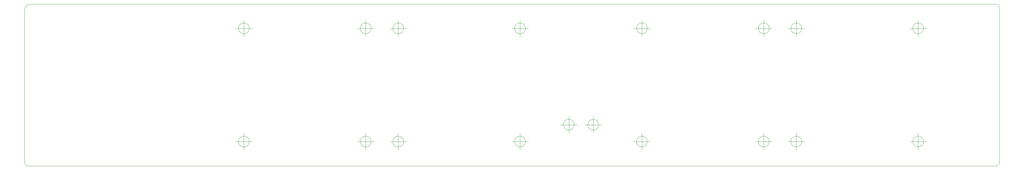
<source format=gbr>
%TF.GenerationSoftware,KiCad,Pcbnew,(6.0.0)*%
%TF.CreationDate,2023-01-06T22:04:12+00:00*%
%TF.ProjectId,masa,6d617361-2e6b-4696-9361-645f70636258,A*%
%TF.SameCoordinates,Original*%
%TF.FileFunction,Profile,NP*%
%FSLAX46Y46*%
G04 Gerber Fmt 4.6, Leading zero omitted, Abs format (unit mm)*
G04 Created by KiCad (PCBNEW (6.0.0)) date 2023-01-06 22:04:12*
%MOMM*%
%LPD*%
G01*
G04 APERTURE LIST*
%TA.AperFunction,Profile*%
%ADD10C,0.050000*%
%TD*%
%TA.AperFunction,Profile*%
%ADD11C,0.100000*%
%TD*%
G04 APERTURE END LIST*
D10*
X65000000Y-149000000D02*
G75*
G03*
X66000000Y-150000000I999999J-1D01*
G01*
D11*
X67000000Y-100000000D02*
X364000000Y-100000000D01*
D10*
X365000000Y-101000000D02*
G75*
G03*
X364000000Y-100000000I-999999J1D01*
G01*
D11*
X65000000Y-149000000D02*
X65000000Y-102000000D01*
X364000000Y-150000000D02*
X66000000Y-150000000D01*
D10*
X67000000Y-100000000D02*
G75*
G03*
X65000000Y-102000000I-1J-1999999D01*
G01*
D11*
X365000000Y-101000000D02*
X365000000Y-149000000D01*
D10*
X364000000Y-150000000D02*
G75*
G03*
X365000000Y-149000000I1J999999D01*
G01*
X256666666Y-142500000D02*
G75*
G03*
X256666666Y-142500000I-1666666J0D01*
G01*
X252500000Y-142500000D02*
X257500000Y-142500000D01*
X255000000Y-140000000D02*
X255000000Y-145000000D01*
X304166666Y-142500000D02*
G75*
G03*
X304166666Y-142500000I-1666666J0D01*
G01*
X300000000Y-142500000D02*
X305000000Y-142500000D01*
X302500000Y-140000000D02*
X302500000Y-145000000D01*
X256666666Y-107500000D02*
G75*
G03*
X256666666Y-107500000I-1666666J0D01*
G01*
X252500000Y-107500000D02*
X257500000Y-107500000D01*
X255000000Y-105000000D02*
X255000000Y-110000000D01*
X304166666Y-142500000D02*
G75*
G03*
X304166666Y-142500000I-1666666J0D01*
G01*
X300000000Y-142500000D02*
X305000000Y-142500000D01*
X302500000Y-140000000D02*
X302500000Y-145000000D01*
X181666666Y-107500000D02*
G75*
G03*
X181666666Y-107500000I-1666666J0D01*
G01*
X177500000Y-107500000D02*
X182500000Y-107500000D01*
X180000000Y-105000000D02*
X180000000Y-110000000D01*
X304166666Y-142500000D02*
G75*
G03*
X304166666Y-142500000I-1666666J0D01*
G01*
X300000000Y-142500000D02*
X305000000Y-142500000D01*
X302500000Y-140000000D02*
X302500000Y-145000000D01*
X304166666Y-142500000D02*
G75*
G03*
X304166666Y-142500000I-1666666J0D01*
G01*
X300000000Y-142500000D02*
X305000000Y-142500000D01*
X302500000Y-140000000D02*
X302500000Y-145000000D01*
X294166666Y-142500000D02*
G75*
G03*
X294166666Y-142500000I-1666666J0D01*
G01*
X290000000Y-142500000D02*
X295000000Y-142500000D01*
X292500000Y-140000000D02*
X292500000Y-145000000D01*
X256666666Y-107500000D02*
G75*
G03*
X256666666Y-107500000I-1666666J0D01*
G01*
X252500000Y-107500000D02*
X257500000Y-107500000D01*
X255000000Y-105000000D02*
X255000000Y-110000000D01*
X304166666Y-142500000D02*
G75*
G03*
X304166666Y-142500000I-1666666J0D01*
G01*
X300000000Y-142500000D02*
X305000000Y-142500000D01*
X302500000Y-140000000D02*
X302500000Y-145000000D01*
X219166666Y-107500000D02*
G75*
G03*
X219166666Y-107500000I-1666666J0D01*
G01*
X215000000Y-107500000D02*
X220000000Y-107500000D01*
X217500000Y-105000000D02*
X217500000Y-110000000D01*
X181666666Y-107500000D02*
G75*
G03*
X181666666Y-107500000I-1666666J0D01*
G01*
X177500000Y-107500000D02*
X182500000Y-107500000D01*
X180000000Y-105000000D02*
X180000000Y-110000000D01*
X341666666Y-142500000D02*
G75*
G03*
X341666666Y-142500000I-1666666J0D01*
G01*
X337500000Y-142500000D02*
X342500000Y-142500000D01*
X340000000Y-140000000D02*
X340000000Y-145000000D01*
X171666666Y-107500000D02*
G75*
G03*
X171666666Y-107500000I-1666666J0D01*
G01*
X167500000Y-107500000D02*
X172500000Y-107500000D01*
X170000000Y-105000000D02*
X170000000Y-110000000D01*
X341666666Y-107500000D02*
G75*
G03*
X341666666Y-107500000I-1666666J0D01*
G01*
X337500000Y-107500000D02*
X342500000Y-107500000D01*
X340000000Y-105000000D02*
X340000000Y-110000000D01*
X304166666Y-142500000D02*
G75*
G03*
X304166666Y-142500000I-1666666J0D01*
G01*
X300000000Y-142500000D02*
X305000000Y-142500000D01*
X302500000Y-140000000D02*
X302500000Y-145000000D01*
X294166666Y-107500000D02*
G75*
G03*
X294166666Y-107500000I-1666666J0D01*
G01*
X290000000Y-107500000D02*
X295000000Y-107500000D01*
X292500000Y-105000000D02*
X292500000Y-110000000D01*
X181666666Y-142500000D02*
G75*
G03*
X181666666Y-142500000I-1666666J0D01*
G01*
X177500000Y-142500000D02*
X182500000Y-142500000D01*
X180000000Y-140000000D02*
X180000000Y-145000000D01*
X256666666Y-107500000D02*
G75*
G03*
X256666666Y-107500000I-1666666J0D01*
G01*
X252500000Y-107500000D02*
X257500000Y-107500000D01*
X255000000Y-105000000D02*
X255000000Y-110000000D01*
X181666666Y-142500000D02*
G75*
G03*
X181666666Y-142500000I-1666666J0D01*
G01*
X177500000Y-142500000D02*
X182500000Y-142500000D01*
X180000000Y-140000000D02*
X180000000Y-145000000D01*
X294166666Y-142500000D02*
G75*
G03*
X294166666Y-142500000I-1666666J0D01*
G01*
X290000000Y-142500000D02*
X295000000Y-142500000D01*
X292500000Y-140000000D02*
X292500000Y-145000000D01*
X304166666Y-142500000D02*
G75*
G03*
X304166666Y-142500000I-1666666J0D01*
G01*
X300000000Y-142500000D02*
X305000000Y-142500000D01*
X302500000Y-140000000D02*
X302500000Y-145000000D01*
X256666666Y-142500000D02*
G75*
G03*
X256666666Y-142500000I-1666666J0D01*
G01*
X252500000Y-142500000D02*
X257500000Y-142500000D01*
X255000000Y-140000000D02*
X255000000Y-145000000D01*
X219166666Y-107500000D02*
G75*
G03*
X219166666Y-107500000I-1666666J0D01*
G01*
X215000000Y-107500000D02*
X220000000Y-107500000D01*
X217500000Y-105000000D02*
X217500000Y-110000000D01*
X304166666Y-107500000D02*
G75*
G03*
X304166666Y-107500000I-1666666J0D01*
G01*
X300000000Y-107500000D02*
X305000000Y-107500000D01*
X302500000Y-105000000D02*
X302500000Y-110000000D01*
X341666666Y-142500000D02*
G75*
G03*
X341666666Y-142500000I-1666666J0D01*
G01*
X337500000Y-142500000D02*
X342500000Y-142500000D01*
X340000000Y-140000000D02*
X340000000Y-145000000D01*
X181666666Y-107500000D02*
G75*
G03*
X181666666Y-107500000I-1666666J0D01*
G01*
X177500000Y-107500000D02*
X182500000Y-107500000D01*
X180000000Y-105000000D02*
X180000000Y-110000000D01*
X294166666Y-142500000D02*
G75*
G03*
X294166666Y-142500000I-1666666J0D01*
G01*
X290000000Y-142500000D02*
X295000000Y-142500000D01*
X292500000Y-140000000D02*
X292500000Y-145000000D01*
X304166666Y-107500000D02*
G75*
G03*
X304166666Y-107500000I-1666666J0D01*
G01*
X300000000Y-107500000D02*
X305000000Y-107500000D01*
X302500000Y-105000000D02*
X302500000Y-110000000D01*
X181666666Y-107500000D02*
G75*
G03*
X181666666Y-107500000I-1666666J0D01*
G01*
X177500000Y-107500000D02*
X182500000Y-107500000D01*
X180000000Y-105000000D02*
X180000000Y-110000000D01*
X341666666Y-107500000D02*
G75*
G03*
X341666666Y-107500000I-1666666J0D01*
G01*
X337500000Y-107500000D02*
X342500000Y-107500000D01*
X340000000Y-105000000D02*
X340000000Y-110000000D01*
X304166666Y-107500000D02*
G75*
G03*
X304166666Y-107500000I-1666666J0D01*
G01*
X300000000Y-107500000D02*
X305000000Y-107500000D01*
X302500000Y-105000000D02*
X302500000Y-110000000D01*
X219166666Y-142500000D02*
G75*
G03*
X219166666Y-142500000I-1666666J0D01*
G01*
X215000000Y-142500000D02*
X220000000Y-142500000D01*
X217500000Y-140000000D02*
X217500000Y-145000000D01*
X294166666Y-107500000D02*
G75*
G03*
X294166666Y-107500000I-1666666J0D01*
G01*
X290000000Y-107500000D02*
X295000000Y-107500000D01*
X292500000Y-105000000D02*
X292500000Y-110000000D01*
X341666666Y-107500000D02*
G75*
G03*
X341666666Y-107500000I-1666666J0D01*
G01*
X337500000Y-107500000D02*
X342500000Y-107500000D01*
X340000000Y-105000000D02*
X340000000Y-110000000D01*
X341666666Y-107500000D02*
G75*
G03*
X341666666Y-107500000I-1666666J0D01*
G01*
X337500000Y-107500000D02*
X342500000Y-107500000D01*
X340000000Y-105000000D02*
X340000000Y-110000000D01*
X294166666Y-142500000D02*
G75*
G03*
X294166666Y-142500000I-1666666J0D01*
G01*
X290000000Y-142500000D02*
X295000000Y-142500000D01*
X292500000Y-140000000D02*
X292500000Y-145000000D01*
X341666666Y-107500000D02*
G75*
G03*
X341666666Y-107500000I-1666666J0D01*
G01*
X337500000Y-107500000D02*
X342500000Y-107500000D01*
X340000000Y-105000000D02*
X340000000Y-110000000D01*
X341666666Y-142500000D02*
G75*
G03*
X341666666Y-142500000I-1666666J0D01*
G01*
X337500000Y-142500000D02*
X342500000Y-142500000D01*
X340000000Y-140000000D02*
X340000000Y-145000000D01*
X341666666Y-107500000D02*
G75*
G03*
X341666666Y-107500000I-1666666J0D01*
G01*
X337500000Y-107500000D02*
X342500000Y-107500000D01*
X340000000Y-105000000D02*
X340000000Y-110000000D01*
X181666666Y-142500000D02*
G75*
G03*
X181666666Y-142500000I-1666666J0D01*
G01*
X177500000Y-142500000D02*
X182500000Y-142500000D01*
X180000000Y-140000000D02*
X180000000Y-145000000D01*
X219166666Y-142500000D02*
G75*
G03*
X219166666Y-142500000I-1666666J0D01*
G01*
X215000000Y-142500000D02*
X220000000Y-142500000D01*
X217500000Y-140000000D02*
X217500000Y-145000000D01*
X294166666Y-107500000D02*
G75*
G03*
X294166666Y-107500000I-1666666J0D01*
G01*
X290000000Y-107500000D02*
X295000000Y-107500000D01*
X292500000Y-105000000D02*
X292500000Y-110000000D01*
X134166666Y-107500000D02*
G75*
G03*
X134166666Y-107500000I-1666666J0D01*
G01*
X130000000Y-107500000D02*
X135000000Y-107500000D01*
X132500000Y-105000000D02*
X132500000Y-110000000D01*
X341666666Y-142500000D02*
G75*
G03*
X341666666Y-142500000I-1666666J0D01*
G01*
X337500000Y-142500000D02*
X342500000Y-142500000D01*
X340000000Y-140000000D02*
X340000000Y-145000000D01*
X256666666Y-142500000D02*
G75*
G03*
X256666666Y-142500000I-1666666J0D01*
G01*
X252500000Y-142500000D02*
X257500000Y-142500000D01*
X255000000Y-140000000D02*
X255000000Y-145000000D01*
X341666666Y-107500000D02*
G75*
G03*
X341666666Y-107500000I-1666666J0D01*
G01*
X337500000Y-107500000D02*
X342500000Y-107500000D01*
X340000000Y-105000000D02*
X340000000Y-110000000D01*
X341666666Y-142500000D02*
G75*
G03*
X341666666Y-142500000I-1666666J0D01*
G01*
X337500000Y-142500000D02*
X342500000Y-142500000D01*
X340000000Y-140000000D02*
X340000000Y-145000000D01*
X256666666Y-142500000D02*
G75*
G03*
X256666666Y-142500000I-1666666J0D01*
G01*
X252500000Y-142500000D02*
X257500000Y-142500000D01*
X255000000Y-140000000D02*
X255000000Y-145000000D01*
X341666666Y-107500000D02*
G75*
G03*
X341666666Y-107500000I-1666666J0D01*
G01*
X337500000Y-107500000D02*
X342500000Y-107500000D01*
X340000000Y-105000000D02*
X340000000Y-110000000D01*
X256666666Y-142500000D02*
G75*
G03*
X256666666Y-142500000I-1666666J0D01*
G01*
X252500000Y-142500000D02*
X257500000Y-142500000D01*
X255000000Y-140000000D02*
X255000000Y-145000000D01*
X304166666Y-107500000D02*
G75*
G03*
X304166666Y-107500000I-1666666J0D01*
G01*
X300000000Y-107500000D02*
X305000000Y-107500000D01*
X302500000Y-105000000D02*
X302500000Y-110000000D01*
X294166666Y-107500000D02*
G75*
G03*
X294166666Y-107500000I-1666666J0D01*
G01*
X290000000Y-107500000D02*
X295000000Y-107500000D01*
X292500000Y-105000000D02*
X292500000Y-110000000D01*
X341666666Y-107500000D02*
G75*
G03*
X341666666Y-107500000I-1666666J0D01*
G01*
X337500000Y-107500000D02*
X342500000Y-107500000D01*
X340000000Y-105000000D02*
X340000000Y-110000000D01*
X219166666Y-107500000D02*
G75*
G03*
X219166666Y-107500000I-1666666J0D01*
G01*
X215000000Y-107500000D02*
X220000000Y-107500000D01*
X217500000Y-105000000D02*
X217500000Y-110000000D01*
X219166666Y-142500000D02*
G75*
G03*
X219166666Y-142500000I-1666666J0D01*
G01*
X215000000Y-142500000D02*
X220000000Y-142500000D01*
X217500000Y-140000000D02*
X217500000Y-145000000D01*
X219166666Y-142500000D02*
G75*
G03*
X219166666Y-142500000I-1666666J0D01*
G01*
X215000000Y-142500000D02*
X220000000Y-142500000D01*
X217500000Y-140000000D02*
X217500000Y-145000000D01*
X304166666Y-107500000D02*
G75*
G03*
X304166666Y-107500000I-1666666J0D01*
G01*
X300000000Y-107500000D02*
X305000000Y-107500000D01*
X302500000Y-105000000D02*
X302500000Y-110000000D01*
X294166666Y-142500000D02*
G75*
G03*
X294166666Y-142500000I-1666666J0D01*
G01*
X290000000Y-142500000D02*
X295000000Y-142500000D01*
X292500000Y-140000000D02*
X292500000Y-145000000D01*
X341666666Y-107500000D02*
G75*
G03*
X341666666Y-107500000I-1666666J0D01*
G01*
X337500000Y-107500000D02*
X342500000Y-107500000D01*
X340000000Y-105000000D02*
X340000000Y-110000000D01*
X341666666Y-142500000D02*
G75*
G03*
X341666666Y-142500000I-1666666J0D01*
G01*
X337500000Y-142500000D02*
X342500000Y-142500000D01*
X340000000Y-140000000D02*
X340000000Y-145000000D01*
X304166666Y-107500000D02*
G75*
G03*
X304166666Y-107500000I-1666666J0D01*
G01*
X300000000Y-107500000D02*
X305000000Y-107500000D01*
X302500000Y-105000000D02*
X302500000Y-110000000D01*
X304166666Y-142500000D02*
G75*
G03*
X304166666Y-142500000I-1666666J0D01*
G01*
X300000000Y-142500000D02*
X305000000Y-142500000D01*
X302500000Y-140000000D02*
X302500000Y-145000000D01*
X304166666Y-142500000D02*
G75*
G03*
X304166666Y-142500000I-1666666J0D01*
G01*
X300000000Y-142500000D02*
X305000000Y-142500000D01*
X302500000Y-140000000D02*
X302500000Y-145000000D01*
X304166666Y-107500000D02*
G75*
G03*
X304166666Y-107500000I-1666666J0D01*
G01*
X300000000Y-107500000D02*
X305000000Y-107500000D01*
X302500000Y-105000000D02*
X302500000Y-110000000D01*
X256666666Y-142500000D02*
G75*
G03*
X256666666Y-142500000I-1666666J0D01*
G01*
X252500000Y-142500000D02*
X257500000Y-142500000D01*
X255000000Y-140000000D02*
X255000000Y-145000000D01*
X181666666Y-107500000D02*
G75*
G03*
X181666666Y-107500000I-1666666J0D01*
G01*
X177500000Y-107500000D02*
X182500000Y-107500000D01*
X180000000Y-105000000D02*
X180000000Y-110000000D01*
X341666666Y-107500000D02*
G75*
G03*
X341666666Y-107500000I-1666666J0D01*
G01*
X337500000Y-107500000D02*
X342500000Y-107500000D01*
X340000000Y-105000000D02*
X340000000Y-110000000D01*
X304166666Y-142500000D02*
G75*
G03*
X304166666Y-142500000I-1666666J0D01*
G01*
X300000000Y-142500000D02*
X305000000Y-142500000D01*
X302500000Y-140000000D02*
X302500000Y-145000000D01*
X234166666Y-137300000D02*
G75*
G03*
X234166666Y-137300000I-1666666J0D01*
G01*
X230000000Y-137300000D02*
X235000000Y-137300000D01*
X232500000Y-134800000D02*
X232500000Y-139800000D01*
X304166666Y-107500000D02*
G75*
G03*
X304166666Y-107500000I-1666666J0D01*
G01*
X300000000Y-107500000D02*
X305000000Y-107500000D01*
X302500000Y-105000000D02*
X302500000Y-110000000D01*
X294166666Y-142500000D02*
G75*
G03*
X294166666Y-142500000I-1666666J0D01*
G01*
X290000000Y-142500000D02*
X295000000Y-142500000D01*
X292500000Y-140000000D02*
X292500000Y-145000000D01*
X294166666Y-107500000D02*
G75*
G03*
X294166666Y-107500000I-1666666J0D01*
G01*
X290000000Y-107500000D02*
X295000000Y-107500000D01*
X292500000Y-105000000D02*
X292500000Y-110000000D01*
X171666666Y-142500000D02*
G75*
G03*
X171666666Y-142500000I-1666666J0D01*
G01*
X167500000Y-142500000D02*
X172500000Y-142500000D01*
X170000000Y-140000000D02*
X170000000Y-145000000D01*
X181666666Y-142500000D02*
G75*
G03*
X181666666Y-142500000I-1666666J0D01*
G01*
X177500000Y-142500000D02*
X182500000Y-142500000D01*
X180000000Y-140000000D02*
X180000000Y-145000000D01*
X294166666Y-107500000D02*
G75*
G03*
X294166666Y-107500000I-1666666J0D01*
G01*
X290000000Y-107500000D02*
X295000000Y-107500000D01*
X292500000Y-105000000D02*
X292500000Y-110000000D01*
X294166666Y-107500000D02*
G75*
G03*
X294166666Y-107500000I-1666666J0D01*
G01*
X290000000Y-107500000D02*
X295000000Y-107500000D01*
X292500000Y-105000000D02*
X292500000Y-110000000D01*
X304166666Y-107500000D02*
G75*
G03*
X304166666Y-107500000I-1666666J0D01*
G01*
X300000000Y-107500000D02*
X305000000Y-107500000D01*
X302500000Y-105000000D02*
X302500000Y-110000000D01*
X219166666Y-107500000D02*
G75*
G03*
X219166666Y-107500000I-1666666J0D01*
G01*
X215000000Y-107500000D02*
X220000000Y-107500000D01*
X217500000Y-105000000D02*
X217500000Y-110000000D01*
X294166666Y-142500000D02*
G75*
G03*
X294166666Y-142500000I-1666666J0D01*
G01*
X290000000Y-142500000D02*
X295000000Y-142500000D01*
X292500000Y-140000000D02*
X292500000Y-145000000D01*
X181666666Y-142500000D02*
G75*
G03*
X181666666Y-142500000I-1666666J0D01*
G01*
X177500000Y-142500000D02*
X182500000Y-142500000D01*
X180000000Y-140000000D02*
X180000000Y-145000000D01*
X219166666Y-142500000D02*
G75*
G03*
X219166666Y-142500000I-1666666J0D01*
G01*
X215000000Y-142500000D02*
X220000000Y-142500000D01*
X217500000Y-140000000D02*
X217500000Y-145000000D01*
X256666666Y-107500000D02*
G75*
G03*
X256666666Y-107500000I-1666666J0D01*
G01*
X252500000Y-107500000D02*
X257500000Y-107500000D01*
X255000000Y-105000000D02*
X255000000Y-110000000D01*
X219166666Y-107500000D02*
G75*
G03*
X219166666Y-107500000I-1666666J0D01*
G01*
X215000000Y-107500000D02*
X220000000Y-107500000D01*
X217500000Y-105000000D02*
X217500000Y-110000000D01*
X256666666Y-142500000D02*
G75*
G03*
X256666666Y-142500000I-1666666J0D01*
G01*
X252500000Y-142500000D02*
X257500000Y-142500000D01*
X255000000Y-140000000D02*
X255000000Y-145000000D01*
X341666666Y-142500000D02*
G75*
G03*
X341666666Y-142500000I-1666666J0D01*
G01*
X337500000Y-142500000D02*
X342500000Y-142500000D01*
X340000000Y-140000000D02*
X340000000Y-145000000D01*
X134166666Y-142500000D02*
G75*
G03*
X134166666Y-142500000I-1666666J0D01*
G01*
X130000000Y-142500000D02*
X135000000Y-142500000D01*
X132500000Y-140000000D02*
X132500000Y-145000000D01*
X256666666Y-107500000D02*
G75*
G03*
X256666666Y-107500000I-1666666J0D01*
G01*
X252500000Y-107500000D02*
X257500000Y-107500000D01*
X255000000Y-105000000D02*
X255000000Y-110000000D01*
X341666666Y-142500000D02*
G75*
G03*
X341666666Y-142500000I-1666666J0D01*
G01*
X337500000Y-142500000D02*
X342500000Y-142500000D01*
X340000000Y-140000000D02*
X340000000Y-145000000D01*
X256666666Y-107500000D02*
G75*
G03*
X256666666Y-107500000I-1666666J0D01*
G01*
X252500000Y-107500000D02*
X257500000Y-107500000D01*
X255000000Y-105000000D02*
X255000000Y-110000000D01*
X341666666Y-142500000D02*
G75*
G03*
X341666666Y-142500000I-1666666J0D01*
G01*
X337500000Y-142500000D02*
X342500000Y-142500000D01*
X340000000Y-140000000D02*
X340000000Y-145000000D01*
X341666666Y-142500000D02*
G75*
G03*
X341666666Y-142500000I-1666666J0D01*
G01*
X337500000Y-142500000D02*
X342500000Y-142500000D01*
X340000000Y-140000000D02*
X340000000Y-145000000D01*
X341666666Y-142500000D02*
G75*
G03*
X341666666Y-142500000I-1666666J0D01*
G01*
X337500000Y-142500000D02*
X342500000Y-142500000D01*
X340000000Y-140000000D02*
X340000000Y-145000000D01*
X304166666Y-142500000D02*
G75*
G03*
X304166666Y-142500000I-1666666J0D01*
G01*
X300000000Y-142500000D02*
X305000000Y-142500000D01*
X302500000Y-140000000D02*
X302500000Y-145000000D01*
X241666666Y-137300000D02*
G75*
G03*
X241666666Y-137300000I-1666666J0D01*
G01*
X237500000Y-137300000D02*
X242500000Y-137300000D01*
X240000000Y-134800000D02*
X240000000Y-139800000D01*
M02*

</source>
